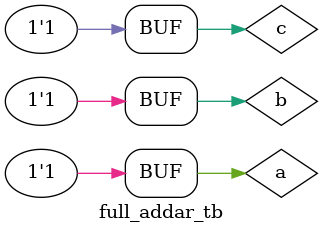
<source format=v>

module full_addar_tb( );
    reg a,b,c;
    wire s,cy;
    fulll_addar_struct dut(.a(a),.b(b),.c(c),.s(s),.cy(cy));
    initial begin
    a = 1'b0;
    b = 1'b0;
    c = 1'b0;
    #20
    a = 1'b0;
    b = 1'b0;
    c = 1'b1;
    #20
    a = 1'b0;
    b = 1'b1;
    c = 1'b0;
    #20;
    a = 1'b0;
    b = 1'b1;
    c = 1'b1;
    #20;
    a = 1'b1;
    b = 1'b0;
    c = 1'b0;
    #20
    a = 1'b1;
    b = 1'b0;
    c = 1'b1;
    #20
    a = 1'b1;
    b = 1'b1;
    c = 1'b0;
    #20
    a = 1'b1;
    b = 1'b1;
    c = 1'b1;
    end
    endmodule

</source>
